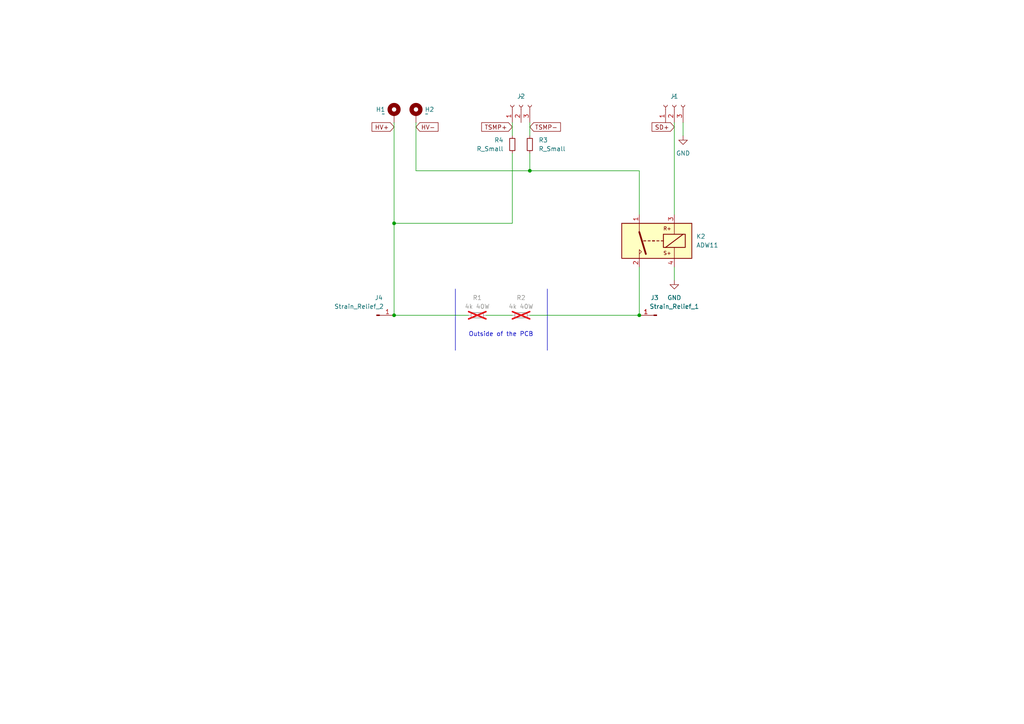
<source format=kicad_sch>
(kicad_sch (version 20230121) (generator eeschema)

  (uuid b652b05a-4e3d-4ad1-b032-18886abe7d45)

  (paper "A4")

  (title_block
    (rev "${REVISION}")
    (company "Author:")
    (comment 1 "Reviewer:")
  )

  (lib_symbols
    (symbol "Connector:Conn_01x01_Pin" (pin_names (offset 1.016) hide) (in_bom yes) (on_board yes)
      (property "Reference" "J" (at 0 2.54 0)
        (effects (font (size 1.27 1.27)))
      )
      (property "Value" "Conn_01x01_Pin" (at 0 -2.54 0)
        (effects (font (size 1.27 1.27)))
      )
      (property "Footprint" "" (at 0 0 0)
        (effects (font (size 1.27 1.27)) hide)
      )
      (property "Datasheet" "~" (at 0 0 0)
        (effects (font (size 1.27 1.27)) hide)
      )
      (property "ki_locked" "" (at 0 0 0)
        (effects (font (size 1.27 1.27)))
      )
      (property "ki_keywords" "connector" (at 0 0 0)
        (effects (font (size 1.27 1.27)) hide)
      )
      (property "ki_description" "Generic connector, single row, 01x01, script generated" (at 0 0 0)
        (effects (font (size 1.27 1.27)) hide)
      )
      (property "ki_fp_filters" "Connector*:*_1x??_*" (at 0 0 0)
        (effects (font (size 1.27 1.27)) hide)
      )
      (symbol "Conn_01x01_Pin_1_1"
        (polyline
          (pts
            (xy 1.27 0)
            (xy 0.8636 0)
          )
          (stroke (width 0.1524) (type default))
          (fill (type none))
        )
        (rectangle (start 0.8636 0.127) (end 0 -0.127)
          (stroke (width 0.1524) (type default))
          (fill (type outline))
        )
        (pin passive line (at 5.08 0 180) (length 3.81)
          (name "Pin_1" (effects (font (size 1.27 1.27))))
          (number "1" (effects (font (size 1.27 1.27))))
        )
      )
    )
    (symbol "Connector:Conn_01x03_Socket" (pin_names (offset 1.016) hide) (in_bom yes) (on_board yes)
      (property "Reference" "J" (at 0 5.08 0)
        (effects (font (size 1.27 1.27)))
      )
      (property "Value" "Conn_01x03_Socket" (at 0 -5.08 0)
        (effects (font (size 1.27 1.27)))
      )
      (property "Footprint" "" (at 0 0 0)
        (effects (font (size 1.27 1.27)) hide)
      )
      (property "Datasheet" "~" (at 0 0 0)
        (effects (font (size 1.27 1.27)) hide)
      )
      (property "ki_locked" "" (at 0 0 0)
        (effects (font (size 1.27 1.27)))
      )
      (property "ki_keywords" "connector" (at 0 0 0)
        (effects (font (size 1.27 1.27)) hide)
      )
      (property "ki_description" "Generic connector, single row, 01x03, script generated" (at 0 0 0)
        (effects (font (size 1.27 1.27)) hide)
      )
      (property "ki_fp_filters" "Connector*:*_1x??_*" (at 0 0 0)
        (effects (font (size 1.27 1.27)) hide)
      )
      (symbol "Conn_01x03_Socket_1_1"
        (arc (start 0 -2.032) (mid -0.5058 -2.54) (end 0 -3.048)
          (stroke (width 0.1524) (type default))
          (fill (type none))
        )
        (polyline
          (pts
            (xy -1.27 -2.54)
            (xy -0.508 -2.54)
          )
          (stroke (width 0.1524) (type default))
          (fill (type none))
        )
        (polyline
          (pts
            (xy -1.27 0)
            (xy -0.508 0)
          )
          (stroke (width 0.1524) (type default))
          (fill (type none))
        )
        (polyline
          (pts
            (xy -1.27 2.54)
            (xy -0.508 2.54)
          )
          (stroke (width 0.1524) (type default))
          (fill (type none))
        )
        (arc (start 0 0.508) (mid -0.5058 0) (end 0 -0.508)
          (stroke (width 0.1524) (type default))
          (fill (type none))
        )
        (arc (start 0 3.048) (mid -0.5058 2.54) (end 0 2.032)
          (stroke (width 0.1524) (type default))
          (fill (type none))
        )
        (pin passive line (at -5.08 2.54 0) (length 3.81)
          (name "Pin_1" (effects (font (size 1.27 1.27))))
          (number "1" (effects (font (size 1.27 1.27))))
        )
        (pin passive line (at -5.08 0 0) (length 3.81)
          (name "Pin_2" (effects (font (size 1.27 1.27))))
          (number "2" (effects (font (size 1.27 1.27))))
        )
        (pin passive line (at -5.08 -2.54 0) (length 3.81)
          (name "Pin_3" (effects (font (size 1.27 1.27))))
          (number "3" (effects (font (size 1.27 1.27))))
        )
      )
    )
    (symbol "Device:R_Small" (pin_numbers hide) (pin_names (offset 0.254) hide) (in_bom yes) (on_board yes)
      (property "Reference" "R" (at 0.762 0.508 0)
        (effects (font (size 1.27 1.27)) (justify left))
      )
      (property "Value" "R_Small" (at 0.762 -1.016 0)
        (effects (font (size 1.27 1.27)) (justify left))
      )
      (property "Footprint" "" (at 0 0 0)
        (effects (font (size 1.27 1.27)) hide)
      )
      (property "Datasheet" "~" (at 0 0 0)
        (effects (font (size 1.27 1.27)) hide)
      )
      (property "ki_keywords" "R resistor" (at 0 0 0)
        (effects (font (size 1.27 1.27)) hide)
      )
      (property "ki_description" "Resistor, small symbol" (at 0 0 0)
        (effects (font (size 1.27 1.27)) hide)
      )
      (property "ki_fp_filters" "R_*" (at 0 0 0)
        (effects (font (size 1.27 1.27)) hide)
      )
      (symbol "R_Small_0_1"
        (rectangle (start -0.762 1.778) (end 0.762 -1.778)
          (stroke (width 0.2032) (type default))
          (fill (type none))
        )
      )
      (symbol "R_Small_1_1"
        (pin passive line (at 0 2.54 270) (length 0.762)
          (name "~" (effects (font (size 1.27 1.27))))
          (number "1" (effects (font (size 1.27 1.27))))
        )
        (pin passive line (at 0 -2.54 90) (length 0.762)
          (name "~" (effects (font (size 1.27 1.27))))
          (number "2" (effects (font (size 1.27 1.27))))
        )
      )
    )
    (symbol "Mechanical:MountingHole_Pad" (pin_numbers hide) (pin_names (offset 1.016) hide) (in_bom yes) (on_board yes)
      (property "Reference" "H" (at 0 6.35 0)
        (effects (font (size 1.27 1.27)))
      )
      (property "Value" "MountingHole_Pad" (at 0 4.445 0)
        (effects (font (size 1.27 1.27)))
      )
      (property "Footprint" "" (at 0 0 0)
        (effects (font (size 1.27 1.27)) hide)
      )
      (property "Datasheet" "~" (at 0 0 0)
        (effects (font (size 1.27 1.27)) hide)
      )
      (property "ki_keywords" "mounting hole" (at 0 0 0)
        (effects (font (size 1.27 1.27)) hide)
      )
      (property "ki_description" "Mounting Hole with connection" (at 0 0 0)
        (effects (font (size 1.27 1.27)) hide)
      )
      (property "ki_fp_filters" "MountingHole*Pad*" (at 0 0 0)
        (effects (font (size 1.27 1.27)) hide)
      )
      (symbol "MountingHole_Pad_0_1"
        (circle (center 0 1.27) (radius 1.27)
          (stroke (width 1.27) (type default))
          (fill (type none))
        )
      )
      (symbol "MountingHole_Pad_1_1"
        (pin input line (at 0 -2.54 90) (length 2.54)
          (name "1" (effects (font (size 1.27 1.27))))
          (number "1" (effects (font (size 1.27 1.27))))
        )
      )
    )
    (symbol "Relay:ADW11" (in_bom yes) (on_board yes)
      (property "Reference" "K2" (at 11.43 1.27 0)
        (effects (font (size 1.27 1.27)) (justify left))
      )
      (property "Value" "ADW11" (at 11.43 -1.27 0)
        (effects (font (size 1.27 1.27)) (justify left))
      )
      (property "Footprint" "Relay_THT:Relay_1P1T_NO_10x24x18.8mm_Panasonic_ADW11xxxxW_THT" (at 36.195 16.51 0)
        (effects (font (size 1.27 1.27)) hide)
      )
      (property "Datasheet" "https://www.panasonic-electric-works.com/pew/es/downloads/ds_dw_hl_en.pdf" (at 2.54 17.78 0)
        (effects (font (size 1.27 1.27)) hide)
      )
      (property "ki_keywords" "SPST 1P1T" (at 0 0 0)
        (effects (font (size 1.27 1.27)) hide)
      )
      (property "ki_description" "Panasonic, 8A/16A, Small Polarized Latching Power Relays, Single coil, 1 Form A" (at 0 0 0)
        (effects (font (size 1.27 1.27)) hide)
      )
      (property "ki_fp_filters" "Relay*1P1T*NO*Panasonic*ADW11xxxxW*" (at 0 0 0)
        (effects (font (size 1.27 1.27)) hide)
      )
      (symbol "ADW11_1_1"
        (rectangle (start -10.16 5.08) (end 10.16 -5.08)
          (stroke (width 0.254) (type default))
          (fill (type background))
        )
        (rectangle (start -8.255 1.905) (end -1.905 -1.905)
          (stroke (width 0.254) (type default))
          (fill (type none))
        )
        (polyline
          (pts
            (xy -7.62 -1.905)
            (xy -2.54 1.905)
          )
          (stroke (width 0.254) (type default))
          (fill (type none))
        )
        (polyline
          (pts
            (xy -5.08 -5.08)
            (xy -5.08 -1.905)
          )
          (stroke (width 0) (type default))
          (fill (type none))
        )
        (polyline
          (pts
            (xy -5.08 5.08)
            (xy -5.08 1.905)
          )
          (stroke (width 0) (type default))
          (fill (type none))
        )
        (polyline
          (pts
            (xy -1.905 0)
            (xy -1.27 0)
          )
          (stroke (width 0.254) (type default))
          (fill (type none))
        )
        (polyline
          (pts
            (xy -0.635 0)
            (xy 0 0)
          )
          (stroke (width 0.254) (type default))
          (fill (type none))
        )
        (polyline
          (pts
            (xy 0.635 0)
            (xy 1.27 0)
          )
          (stroke (width 0.254) (type default))
          (fill (type none))
        )
        (polyline
          (pts
            (xy 0.635 0)
            (xy 1.27 0)
          )
          (stroke (width 0.254) (type default))
          (fill (type none))
        )
        (polyline
          (pts
            (xy 1.905 0)
            (xy 2.54 0)
          )
          (stroke (width 0.254) (type default))
          (fill (type none))
        )
        (polyline
          (pts
            (xy 3.175 0)
            (xy 3.81 0)
          )
          (stroke (width 0.254) (type default))
          (fill (type none))
        )
        (polyline
          (pts
            (xy 5.08 -2.54)
            (xy 3.175 3.81)
          )
          (stroke (width 0.508) (type default))
          (fill (type none))
        )
        (polyline
          (pts
            (xy 5.08 -2.54)
            (xy 5.08 -5.08)
          )
          (stroke (width 0) (type default))
          (fill (type none))
        )
        (polyline
          (pts
            (xy 5.08 3.81)
            (xy 5.08 5.08)
          )
          (stroke (width 0) (type default))
          (fill (type none))
        )
        (polyline
          (pts
            (xy 5.08 3.81)
            (xy 5.08 2.54)
            (xy 4.445 3.175)
            (xy 5.08 3.81)
          )
          (stroke (width 0) (type default))
          (fill (type none))
        )
        (text "R+" (at -3.048 -3.556 0)
          (effects (font (size 1.016 1.016)))
        )
        (text "S+" (at -3.048 3.556 0)
          (effects (font (size 1.016 1.016)))
        )
        (pin passive line (at 5.08 -7.62 90) (length 2.54)
          (name "~" (effects (font (size 1.27 1.27))))
          (number "1" (effects (font (size 1.27 1.27))))
        )
        (pin passive line (at 5.08 7.62 270) (length 2.54)
          (name "~" (effects (font (size 1.27 1.27))))
          (number "2" (effects (font (size 1.27 1.27))))
        )
        (pin passive line (at -5.08 -7.62 90) (length 2.54)
          (name "~" (effects (font (size 1.27 1.27))))
          (number "3" (effects (font (size 1.27 1.27))))
        )
        (pin passive line (at -5.08 7.62 270) (length 2.54)
          (name "~" (effects (font (size 1.27 1.27))))
          (number "4" (effects (font (size 1.27 1.27))))
        )
      )
    )
    (symbol "power:GND" (power) (pin_names (offset 0)) (in_bom yes) (on_board yes)
      (property "Reference" "#PWR" (at 0 -6.35 0)
        (effects (font (size 1.27 1.27)) hide)
      )
      (property "Value" "GND" (at 0 -3.81 0)
        (effects (font (size 1.27 1.27)))
      )
      (property "Footprint" "" (at 0 0 0)
        (effects (font (size 1.27 1.27)) hide)
      )
      (property "Datasheet" "" (at 0 0 0)
        (effects (font (size 1.27 1.27)) hide)
      )
      (property "ki_keywords" "global power" (at 0 0 0)
        (effects (font (size 1.27 1.27)) hide)
      )
      (property "ki_description" "Power symbol creates a global label with name \"GND\" , ground" (at 0 0 0)
        (effects (font (size 1.27 1.27)) hide)
      )
      (symbol "GND_0_1"
        (polyline
          (pts
            (xy 0 0)
            (xy 0 -1.27)
            (xy 1.27 -1.27)
            (xy 0 -2.54)
            (xy -1.27 -1.27)
            (xy 0 -1.27)
          )
          (stroke (width 0) (type default))
          (fill (type none))
        )
      )
      (symbol "GND_1_1"
        (pin power_in line (at 0 0 270) (length 0) hide
          (name "GND" (effects (font (size 1.27 1.27))))
          (number "1" (effects (font (size 1.27 1.27))))
        )
      )
    )
  )

  (junction (at 185.42 91.44) (diameter 0) (color 0 0 0 0)
    (uuid 07489d6d-9339-4bc8-817c-4ce8ca703ad9)
  )
  (junction (at 114.3 91.44) (diameter 0) (color 0 0 0 0)
    (uuid 07f84a66-5894-4706-bd92-9c37bf8eb841)
  )
  (junction (at 153.67 49.53) (diameter 0) (color 0 0 0 0)
    (uuid 10010169-baf9-47e8-8fa3-90ef7cb2b5fd)
  )
  (junction (at 114.3 64.77) (diameter 0) (color 0 0 0 0)
    (uuid 7c279961-7ca7-420c-8270-48d4f47f0811)
  )

  (wire (pts (xy 148.59 35.56) (xy 148.59 39.37))
    (stroke (width 0) (type default))
    (uuid 010b41b9-c8ae-4fd6-908b-9b36181ad460)
  )
  (wire (pts (xy 195.58 77.47) (xy 195.58 81.28))
    (stroke (width 0) (type default))
    (uuid 0817c070-51c8-41c5-ae90-77af2580f458)
  )
  (wire (pts (xy 140.97 91.44) (xy 148.59 91.44))
    (stroke (width 0) (type default))
    (uuid 12c153fb-4d6e-40d2-b7be-2445dec9482d)
  )
  (wire (pts (xy 185.42 49.53) (xy 153.67 49.53))
    (stroke (width 0) (type default))
    (uuid 2095ea44-8e0c-4c11-bf6a-af6607ad30dd)
  )
  (wire (pts (xy 114.3 64.77) (xy 114.3 91.44))
    (stroke (width 0) (type default))
    (uuid 21ceabb8-0d0b-4cbb-85f5-7800232f159c)
  )
  (wire (pts (xy 185.42 77.47) (xy 185.42 91.44))
    (stroke (width 0) (type default))
    (uuid 22de5b2f-f8aa-4edf-9746-5e6d50f995f2)
  )
  (wire (pts (xy 153.67 35.56) (xy 153.67 39.37))
    (stroke (width 0) (type default))
    (uuid 2ab4716e-0b55-4f61-a23d-337f93e2a6ee)
  )
  (wire (pts (xy 153.67 44.45) (xy 153.67 49.53))
    (stroke (width 0) (type default))
    (uuid 3d4b4eb5-be7e-44f7-889c-1f50bdb2f5d0)
  )
  (wire (pts (xy 148.59 44.45) (xy 148.59 64.77))
    (stroke (width 0) (type default))
    (uuid 4f1bc298-7490-4955-b1da-366dfd1ef778)
  )
  (wire (pts (xy 153.67 49.53) (xy 120.65 49.53))
    (stroke (width 0) (type default))
    (uuid 5f03834b-bfe9-4971-9466-83308efda6be)
  )
  (wire (pts (xy 198.12 35.56) (xy 198.12 39.37))
    (stroke (width 0) (type default))
    (uuid 624b6712-5222-47c6-8872-980342f8692c)
  )
  (wire (pts (xy 148.59 64.77) (xy 114.3 64.77))
    (stroke (width 0) (type default))
    (uuid 79162a6c-7b6d-4176-9c0d-0148b725c034)
  )
  (wire (pts (xy 120.65 49.53) (xy 120.65 35.56))
    (stroke (width 0) (type default))
    (uuid 90eac9fd-7b13-4394-bb2a-ffa7898ef5a1)
  )
  (wire (pts (xy 195.58 35.56) (xy 195.58 62.23))
    (stroke (width 0) (type default))
    (uuid a774e2ff-b897-42d2-8f27-bda6539eae82)
  )
  (polyline (pts (xy 158.75 83.82) (xy 158.75 101.6))
    (stroke (width 0) (type default))
    (uuid a9f28ab0-0a18-4022-b52c-c247f7443433)
  )
  (polyline (pts (xy 132.08 83.82) (xy 132.08 101.6))
    (stroke (width 0) (type default))
    (uuid be484745-8a49-48c7-a82b-5d47025db3d1)
  )

  (wire (pts (xy 114.3 35.56) (xy 114.3 64.77))
    (stroke (width 0) (type default))
    (uuid c2f15645-8c20-4ea0-80fd-f5ec643c1378)
  )
  (wire (pts (xy 185.42 62.23) (xy 185.42 49.53))
    (stroke (width 0) (type default))
    (uuid cd3461d4-0d14-4950-921d-08b09c2a6b77)
  )
  (wire (pts (xy 153.67 91.44) (xy 185.42 91.44))
    (stroke (width 0) (type default))
    (uuid d065103e-8cbc-45b1-9c87-7b028ce84617)
  )
  (wire (pts (xy 114.3 91.44) (xy 135.89 91.44))
    (stroke (width 0) (type default))
    (uuid fbaa410a-75b1-49a9-b58d-459beb58ef9e)
  )

  (text "Outside of the PCB\n" (at 135.89 97.79 0)
    (effects (font (size 1.27 1.27)) (justify left bottom))
    (uuid 3c360d52-714f-4791-9220-f204d1b1772b)
  )

  (global_label "HV-" (shape input) (at 120.65 36.83 0) (fields_autoplaced)
    (effects (font (size 1.27 1.27)) (justify left))
    (uuid 3cd4eada-d29e-4a1c-8135-e31143223790)
    (property "Intersheetrefs" "${INTERSHEET_REFS}" (at 127.6267 36.83 0)
      (effects (font (size 1.27 1.27)) (justify left) hide)
    )
  )
  (global_label "HV+" (shape input) (at 114.3 36.83 180) (fields_autoplaced)
    (effects (font (size 1.27 1.27)) (justify right))
    (uuid 5d334211-e8b8-4004-b930-583134dfeca1)
    (property "Intersheetrefs" "${INTERSHEET_REFS}" (at 107.3233 36.83 0)
      (effects (font (size 1.27 1.27)) (justify right) hide)
    )
  )
  (global_label "TSMP+" (shape input) (at 148.59 36.83 180) (fields_autoplaced)
    (effects (font (size 1.27 1.27)) (justify right))
    (uuid 7a601e81-aabe-454d-a8c0-a0216eaa8583)
    (property "Intersheetrefs" "${INTERSHEET_REFS}" (at 139.1339 36.83 0)
      (effects (font (size 1.27 1.27)) (justify right) hide)
    )
  )
  (global_label "TSMP-" (shape input) (at 153.67 36.83 0) (fields_autoplaced)
    (effects (font (size 1.27 1.27)) (justify left))
    (uuid e102e8be-547f-4cc4-b494-e143e4eb6601)
    (property "Intersheetrefs" "${INTERSHEET_REFS}" (at 163.1261 36.83 0)
      (effects (font (size 1.27 1.27)) (justify left) hide)
    )
  )
  (global_label "SD+" (shape input) (at 195.58 36.83 180) (fields_autoplaced)
    (effects (font (size 1.27 1.27)) (justify right))
    (uuid f455cedd-4544-4280-9468-f860744347ef)
    (property "Intersheetrefs" "${INTERSHEET_REFS}" (at 188.5429 36.83 0)
      (effects (font (size 1.27 1.27)) (justify right) hide)
    )
  )

  (symbol (lib_id "Connector:Conn_01x03_Socket") (at 195.58 30.48 90) (unit 1)
    (in_bom yes) (on_board yes) (dnp no) (fields_autoplaced)
    (uuid 091506d7-5bd1-4862-a4ad-b180616412cd)
    (property "Reference" "J1" (at 195.58 27.94 90)
      (effects (font (size 1.27 1.27)))
    )
    (property "Value" "~" (at 195.58 27.94 90)
      (effects (font (size 1.27 1.27)))
    )
    (property "Footprint" "" (at 195.58 30.48 0)
      (effects (font (size 1.27 1.27)) hide)
    )
    (property "Datasheet" "~" (at 195.58 30.48 0)
      (effects (font (size 1.27 1.27)) hide)
    )
    (pin "3" (uuid fe18b9fa-2e41-4814-8d64-096db72646ae))
    (pin "1" (uuid 019a4b1c-99cf-40bb-97be-242585d9f7fb))
    (pin "2" (uuid ffe74818-ee24-46ff-b58d-486a38b88432))
    (instances
      (project "main"
        (path "/b652b05a-4e3d-4ad1-b032-18886abe7d45"
          (reference "J1") (unit 1)
        )
      )
    )
  )

  (symbol (lib_id "power:GND") (at 195.58 81.28 0) (unit 1)
    (in_bom yes) (on_board yes) (dnp no) (fields_autoplaced)
    (uuid 1de8b1f3-cd04-40c0-9b41-ca93a3aa4bd6)
    (property "Reference" "#PWR02" (at 195.58 87.63 0)
      (effects (font (size 1.27 1.27)) hide)
    )
    (property "Value" "GND" (at 195.58 86.36 0)
      (effects (font (size 1.27 1.27)))
    )
    (property "Footprint" "" (at 195.58 81.28 0)
      (effects (font (size 1.27 1.27)) hide)
    )
    (property "Datasheet" "" (at 195.58 81.28 0)
      (effects (font (size 1.27 1.27)) hide)
    )
    (pin "1" (uuid 8c6b8a06-d284-4e3b-a94b-73747ba4d4de))
    (instances
      (project "main"
        (path "/b652b05a-4e3d-4ad1-b032-18886abe7d45"
          (reference "#PWR02") (unit 1)
        )
      )
    )
  )

  (symbol (lib_id "Connector:Conn_01x01_Pin") (at 190.5 91.44 0) (mirror y) (unit 1)
    (in_bom yes) (on_board yes) (dnp no)
    (uuid 1f21a442-cf42-45bc-86b6-07df40fc6b9b)
    (property "Reference" "J3" (at 189.865 86.36 0)
      (effects (font (size 1.27 1.27)))
    )
    (property "Value" "Strain_Relief_1" (at 195.58 88.9 0)
      (effects (font (size 1.27 1.27)))
    )
    (property "Footprint" "Connector_Wire:SolderWire-1.5sqmm_1x01_D1.7mm_OD3.9mm_Relief" (at 190.5 91.44 0)
      (effects (font (size 1.27 1.27)) hide)
    )
    (property "Datasheet" "~" (at 190.5 91.44 0)
      (effects (font (size 1.27 1.27)) hide)
    )
    (pin "1" (uuid 7cf3c877-1ca1-4478-97cd-127b14231375))
    (instances
      (project "main"
        (path "/b652b05a-4e3d-4ad1-b032-18886abe7d45"
          (reference "J3") (unit 1)
        )
      )
    )
  )

  (symbol (lib_id "Device:R_Small") (at 148.59 41.91 0) (mirror y) (unit 1)
    (in_bom yes) (on_board yes) (dnp no)
    (uuid 2a2c888d-e27e-473f-b536-29bfacfdfc65)
    (property "Reference" "R4" (at 146.05 40.64 0)
      (effects (font (size 1.27 1.27)) (justify left))
    )
    (property "Value" "R_Small" (at 146.05 43.18 0)
      (effects (font (size 1.27 1.27)) (justify left))
    )
    (property "Footprint" "TKH45P5K00FE-TR:TKH45P50R0FETR" (at 148.59 41.91 0)
      (effects (font (size 1.27 1.27)) hide)
    )
    (property "Datasheet" "~" (at 148.59 41.91 0)
      (effects (font (size 1.27 1.27)) hide)
    )
    (pin "2" (uuid 42184382-61c5-4296-bef2-1e0b49cbcc5d))
    (pin "1" (uuid 6196753b-4dc2-4c1f-a550-cebd97ad916b))
    (instances
      (project "main"
        (path "/b652b05a-4e3d-4ad1-b032-18886abe7d45"
          (reference "R4") (unit 1)
        )
      )
    )
  )

  (symbol (lib_id "Mechanical:MountingHole_Pad") (at 114.3 33.02 0) (mirror y) (unit 1)
    (in_bom yes) (on_board yes) (dnp no)
    (uuid 39fd2a76-9069-437e-8cdb-4a07c492c86b)
    (property "Reference" "H1" (at 111.76 31.75 0)
      (effects (font (size 1.27 1.27)) (justify left))
    )
    (property "Value" "~" (at 111.76 33.02 0)
      (effects (font (size 1.27 1.27)) (justify left))
    )
    (property "Footprint" "Connector_Wire:SolderWire-1.5sqmm_1x01_D1.7mm_OD3.9mm" (at 114.3 33.02 0)
      (effects (font (size 1.27 1.27)) hide)
    )
    (property "Datasheet" "~" (at 114.3 33.02 0)
      (effects (font (size 1.27 1.27)) hide)
    )
    (pin "1" (uuid ed06f039-115f-4a81-9d1d-59d2a0873660))
    (instances
      (project "main"
        (path "/b652b05a-4e3d-4ad1-b032-18886abe7d45"
          (reference "H1") (unit 1)
        )
      )
    )
  )

  (symbol (lib_id "Device:R_Small") (at 151.13 91.44 90) (unit 1)
    (in_bom no) (on_board no) (dnp yes) (fields_autoplaced)
    (uuid 40560084-6a51-40c6-a3e2-6252131ca15b)
    (property "Reference" "R2" (at 151.13 86.36 90)
      (effects (font (size 1.27 1.27)))
    )
    (property "Value" "4k 40W" (at 151.13 88.9 90)
      (effects (font (size 1.27 1.27)))
    )
    (property "Footprint" "" (at 151.13 91.44 0)
      (effects (font (size 1.27 1.27)) hide)
    )
    (property "Datasheet" "~" (at 151.13 91.44 0)
      (effects (font (size 1.27 1.27)) hide)
    )
    (pin "2" (uuid c5b9ca0c-97fb-47d7-ab81-a05e11319c17))
    (pin "1" (uuid bb992800-fac0-4ad0-8677-f785684560ed))
    (instances
      (project "main"
        (path "/b652b05a-4e3d-4ad1-b032-18886abe7d45"
          (reference "R2") (unit 1)
        )
      )
    )
  )

  (symbol (lib_id "Device:R_Small") (at 153.67 41.91 0) (unit 1)
    (in_bom yes) (on_board yes) (dnp no) (fields_autoplaced)
    (uuid 872e1ad2-6b30-4397-a4ad-ca40c3bb417e)
    (property "Reference" "R3" (at 156.21 40.64 0)
      (effects (font (size 1.27 1.27)) (justify left))
    )
    (property "Value" "R_Small" (at 156.21 43.18 0)
      (effects (font (size 1.27 1.27)) (justify left))
    )
    (property "Footprint" "TKH45P5K00FE-TR:TKH45P50R0FETR" (at 153.67 41.91 0)
      (effects (font (size 1.27 1.27)) hide)
    )
    (property "Datasheet" "~" (at 153.67 41.91 0)
      (effects (font (size 1.27 1.27)) hide)
    )
    (pin "1" (uuid 39f5554b-14f0-477b-8175-102da52e5a5f))
    (pin "2" (uuid c334d2f6-1489-4773-acd0-31697fe5c683))
    (instances
      (project "main"
        (path "/b652b05a-4e3d-4ad1-b032-18886abe7d45"
          (reference "R3") (unit 1)
        )
      )
    )
  )

  (symbol (lib_id "Mechanical:MountingHole_Pad") (at 120.65 33.02 0) (unit 1)
    (in_bom yes) (on_board yes) (dnp no) (fields_autoplaced)
    (uuid 91215cff-5b29-42be-9080-4d6045c5994b)
    (property "Reference" "H2" (at 123.19 31.75 0)
      (effects (font (size 1.27 1.27)) (justify left))
    )
    (property "Value" "~" (at 123.19 33.02 0)
      (effects (font (size 1.27 1.27)) (justify left))
    )
    (property "Footprint" "Connector_Wire:SolderWire-1.5sqmm_1x01_D1.7mm_OD3.9mm" (at 120.65 33.02 0)
      (effects (font (size 1.27 1.27)) hide)
    )
    (property "Datasheet" "~" (at 120.65 33.02 0)
      (effects (font (size 1.27 1.27)) hide)
    )
    (pin "1" (uuid 45039f9d-46c9-4843-83c0-eb9ad3d8e219))
    (instances
      (project "main"
        (path "/b652b05a-4e3d-4ad1-b032-18886abe7d45"
          (reference "H2") (unit 1)
        )
      )
    )
  )

  (symbol (lib_id "Connector:Conn_01x01_Pin") (at 109.22 91.44 0) (unit 1)
    (in_bom yes) (on_board yes) (dnp no)
    (uuid af229a58-abfa-4e06-8514-d148ad4906e1)
    (property "Reference" "J4" (at 109.855 86.36 0)
      (effects (font (size 1.27 1.27)))
    )
    (property "Value" "Strain_Relief_2" (at 104.14 88.9 0)
      (effects (font (size 1.27 1.27)))
    )
    (property "Footprint" "Connector_Wire:SolderWire-1.5sqmm_1x01_D1.7mm_OD3.9mm_Relief" (at 109.22 91.44 0)
      (effects (font (size 1.27 1.27)) hide)
    )
    (property "Datasheet" "~" (at 109.22 91.44 0)
      (effects (font (size 1.27 1.27)) hide)
    )
    (pin "1" (uuid 8f356a14-7cd0-45ad-856a-f887196d0fa3))
    (instances
      (project "main"
        (path "/b652b05a-4e3d-4ad1-b032-18886abe7d45"
          (reference "J4") (unit 1)
        )
      )
    )
  )

  (symbol (lib_id "power:GND") (at 198.12 39.37 0) (unit 1)
    (in_bom yes) (on_board yes) (dnp no) (fields_autoplaced)
    (uuid dab73a3f-b705-494d-afb2-6772d591305d)
    (property "Reference" "#PWR01" (at 198.12 45.72 0)
      (effects (font (size 1.27 1.27)) hide)
    )
    (property "Value" "GND" (at 198.12 44.45 0)
      (effects (font (size 1.27 1.27)))
    )
    (property "Footprint" "" (at 198.12 39.37 0)
      (effects (font (size 1.27 1.27)) hide)
    )
    (property "Datasheet" "" (at 198.12 39.37 0)
      (effects (font (size 1.27 1.27)) hide)
    )
    (pin "1" (uuid 8a1aaba7-28e1-41c3-8e25-145237340c39))
    (instances
      (project "main"
        (path "/b652b05a-4e3d-4ad1-b032-18886abe7d45"
          (reference "#PWR01") (unit 1)
        )
      )
    )
  )

  (symbol (lib_id "Connector:Conn_01x03_Socket") (at 151.13 30.48 90) (unit 1)
    (in_bom yes) (on_board yes) (dnp no) (fields_autoplaced)
    (uuid e4239dc2-64ab-418e-9bec-0a2969142bc5)
    (property "Reference" "J2" (at 151.13 27.94 90)
      (effects (font (size 1.27 1.27)))
    )
    (property "Value" "~" (at 151.13 27.94 90)
      (effects (font (size 1.27 1.27)))
    )
    (property "Footprint" "" (at 151.13 30.48 0)
      (effects (font (size 1.27 1.27)) hide)
    )
    (property "Datasheet" "~" (at 151.13 30.48 0)
      (effects (font (size 1.27 1.27)) hide)
    )
    (pin "1" (uuid 224bd27f-aa55-48f6-8b33-aa8a9a5ccb18))
    (pin "3" (uuid e6bc0765-7c6d-49d0-88ef-bb3101a95cd2))
    (pin "2" (uuid ae998733-97d2-44c1-a5d1-624f4d840b0f))
    (instances
      (project "main"
        (path "/b652b05a-4e3d-4ad1-b032-18886abe7d45"
          (reference "J2") (unit 1)
        )
      )
    )
  )

  (symbol (lib_id "Relay:ADW11") (at 190.5 69.85 180) (unit 1)
    (in_bom yes) (on_board yes) (dnp no) (fields_autoplaced)
    (uuid e6e8c79f-63b5-47fa-bddb-0770d023d793)
    (property "Reference" "K2" (at 201.93 68.58 0)
      (effects (font (size 1.27 1.27)) (justify right))
    )
    (property "Value" "ADW11" (at 201.93 71.12 0)
      (effects (font (size 1.27 1.27)) (justify right))
    )
    (property "Footprint" "KiCad:DBR72410" (at 154.305 86.36 0)
      (effects (font (size 1.27 1.27)) hide)
    )
    (property "Datasheet" "https://www.panasonic-electric-works.com/pew/es/downloads/ds_dw_hl_en.pdf" (at 187.96 87.63 0)
      (effects (font (size 1.27 1.27)) hide)
    )
    (pin "1" (uuid d68e0734-d280-463f-942d-40e5cccbf07c))
    (pin "3" (uuid fcd6b07a-b08b-44d3-980e-363c10a88534))
    (pin "2" (uuid b6509d6a-f839-490c-a569-212fd3b24c3b))
    (pin "4" (uuid 8664597d-e149-4e71-b832-b789f6ed52aa))
    (instances
      (project "main"
        (path "/b652b05a-4e3d-4ad1-b032-18886abe7d45"
          (reference "K2") (unit 1)
        )
      )
    )
  )

  (symbol (lib_id "Device:R_Small") (at 138.43 91.44 90) (unit 1)
    (in_bom no) (on_board no) (dnp yes) (fields_autoplaced)
    (uuid f9c3f76e-7b29-49a5-a5ee-de1930d145f0)
    (property "Reference" "R1" (at 138.43 86.36 90)
      (effects (font (size 1.27 1.27)))
    )
    (property "Value" "4k 40W" (at 138.43 88.9 90)
      (effects (font (size 1.27 1.27)))
    )
    (property "Footprint" "" (at 138.43 91.44 0)
      (effects (font (size 1.27 1.27)) hide)
    )
    (property "Datasheet" "~" (at 138.43 91.44 0)
      (effects (font (size 1.27 1.27)) hide)
    )
    (pin "2" (uuid 8a0e6a34-d99b-4b15-8058-4ba2323ba677))
    (pin "1" (uuid 43252ebb-6bb0-4114-b8dc-9e0bf9daefb1))
    (instances
      (project "main"
        (path "/b652b05a-4e3d-4ad1-b032-18886abe7d45"
          (reference "R1") (unit 1)
        )
      )
    )
  )

  (sheet_instances
    (path "/" (page "1"))
  )
)

</source>
